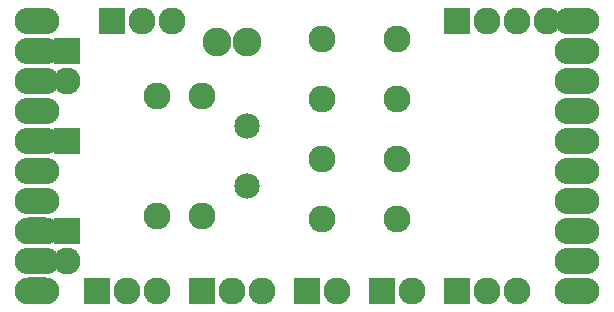
<source format=gts>
G04 (created by PCBNEW-RS274X (2012-01-19 BZR 3256)-stable) date 9/16/2014 16:46:16*
G01*
G70*
G90*
%MOIN*%
G04 Gerber Fmt 3.4, Leading zero omitted, Abs format*
%FSLAX34Y34*%
G04 APERTURE LIST*
%ADD10C,0.006000*%
%ADD11C,0.096000*%
%ADD12C,0.090000*%
%ADD13R,0.090000X0.090000*%
%ADD14C,0.085000*%
%ADD15O,0.148700X0.089200*%
%ADD16O,0.148700X0.090000*%
G04 APERTURE END LIST*
G54D10*
G54D11*
X07500Y08800D03*
X06500Y08800D03*
G54D12*
X06000Y03000D03*
X06000Y07000D03*
X04500Y07000D03*
X04500Y03000D03*
X12500Y08900D03*
X12500Y06900D03*
X12500Y04900D03*
X12500Y02900D03*
X10000Y08900D03*
X10000Y06900D03*
X10000Y04900D03*
X10000Y02900D03*
G54D13*
X14500Y09500D03*
G54D12*
X15500Y09500D03*
X16500Y09500D03*
X17500Y09500D03*
G54D13*
X06000Y00500D03*
G54D12*
X07000Y00500D03*
X08000Y00500D03*
G54D13*
X14500Y00500D03*
G54D12*
X15500Y00500D03*
X16500Y00500D03*
G54D13*
X02500Y00500D03*
G54D12*
X03500Y00500D03*
X04500Y00500D03*
G54D13*
X09500Y00500D03*
G54D12*
X10500Y00500D03*
G54D13*
X12000Y00500D03*
G54D12*
X13000Y00500D03*
G54D13*
X03000Y09500D03*
G54D12*
X04000Y09500D03*
X05000Y09500D03*
G54D13*
X01500Y02500D03*
G54D12*
X01500Y01500D03*
G54D13*
X01500Y05500D03*
X01500Y08500D03*
G54D12*
X01500Y07500D03*
G54D14*
X07500Y04000D03*
X07500Y06000D03*
G54D15*
X00500Y09500D03*
X00500Y08500D03*
X00500Y07500D03*
X00500Y06500D03*
X00500Y05500D03*
X00500Y04500D03*
X00500Y03500D03*
G54D16*
X00500Y02500D03*
G54D15*
X00500Y01500D03*
G54D16*
X00500Y00500D03*
G54D15*
X18500Y00500D03*
X18500Y01500D03*
X18500Y02500D03*
X18500Y03500D03*
X18500Y04500D03*
X18500Y05500D03*
X18500Y06500D03*
X18500Y07500D03*
X18500Y08500D03*
X18500Y09500D03*
M02*

</source>
